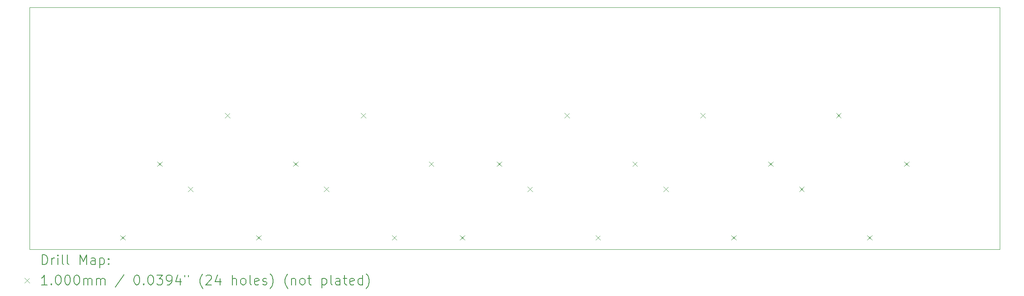
<source format=gbr>
%TF.GenerationSoftware,KiCad,Pcbnew,7.0.3*%
%TF.CreationDate,2023-06-01T18:05:40-04:00*%
%TF.ProjectId,KeyModule,4b65794d-6f64-4756-9c65-2e6b69636164,rev?*%
%TF.SameCoordinates,Original*%
%TF.FileFunction,Drillmap*%
%TF.FilePolarity,Positive*%
%FSLAX45Y45*%
G04 Gerber Fmt 4.5, Leading zero omitted, Abs format (unit mm)*
G04 Created by KiCad (PCBNEW 7.0.3) date 2023-06-01 18:05:40*
%MOMM*%
%LPD*%
G01*
G04 APERTURE LIST*
%ADD10C,0.100000*%
%ADD11C,0.200000*%
G04 APERTURE END LIST*
D10*
X0Y0D02*
X20000000Y0D01*
X20000000Y-5000000D01*
X0Y-5000000D01*
X0Y0D01*
D11*
D10*
X1869000Y-4712000D02*
X1969000Y-4812000D01*
X1969000Y-4712000D02*
X1869000Y-4812000D01*
X2631000Y-3188000D02*
X2731000Y-3288000D01*
X2731000Y-3188000D02*
X2631000Y-3288000D01*
X3269000Y-3712000D02*
X3369000Y-3812000D01*
X3369000Y-3712000D02*
X3269000Y-3812000D01*
X4031000Y-2188000D02*
X4131000Y-2288000D01*
X4131000Y-2188000D02*
X4031000Y-2288000D01*
X4669000Y-4712000D02*
X4769000Y-4812000D01*
X4769000Y-4712000D02*
X4669000Y-4812000D01*
X5431000Y-3188000D02*
X5531000Y-3288000D01*
X5531000Y-3188000D02*
X5431000Y-3288000D01*
X6069000Y-3712000D02*
X6169000Y-3812000D01*
X6169000Y-3712000D02*
X6069000Y-3812000D01*
X6831000Y-2188000D02*
X6931000Y-2288000D01*
X6931000Y-2188000D02*
X6831000Y-2288000D01*
X7469000Y-4712000D02*
X7569000Y-4812000D01*
X7569000Y-4712000D02*
X7469000Y-4812000D01*
X8231000Y-3188000D02*
X8331000Y-3288000D01*
X8331000Y-3188000D02*
X8231000Y-3288000D01*
X8869000Y-4712000D02*
X8969000Y-4812000D01*
X8969000Y-4712000D02*
X8869000Y-4812000D01*
X9631000Y-3188000D02*
X9731000Y-3288000D01*
X9731000Y-3188000D02*
X9631000Y-3288000D01*
X10269000Y-3712000D02*
X10369000Y-3812000D01*
X10369000Y-3712000D02*
X10269000Y-3812000D01*
X11031000Y-2188000D02*
X11131000Y-2288000D01*
X11131000Y-2188000D02*
X11031000Y-2288000D01*
X11669000Y-4712000D02*
X11769000Y-4812000D01*
X11769000Y-4712000D02*
X11669000Y-4812000D01*
X12431000Y-3188000D02*
X12531000Y-3288000D01*
X12531000Y-3188000D02*
X12431000Y-3288000D01*
X13069000Y-3712000D02*
X13169000Y-3812000D01*
X13169000Y-3712000D02*
X13069000Y-3812000D01*
X13831000Y-2188000D02*
X13931000Y-2288000D01*
X13931000Y-2188000D02*
X13831000Y-2288000D01*
X14469000Y-4712000D02*
X14569000Y-4812000D01*
X14569000Y-4712000D02*
X14469000Y-4812000D01*
X15231000Y-3188000D02*
X15331000Y-3288000D01*
X15331000Y-3188000D02*
X15231000Y-3288000D01*
X15869000Y-3712000D02*
X15969000Y-3812000D01*
X15969000Y-3712000D02*
X15869000Y-3812000D01*
X16631000Y-2188000D02*
X16731000Y-2288000D01*
X16731000Y-2188000D02*
X16631000Y-2288000D01*
X17269000Y-4712000D02*
X17369000Y-4812000D01*
X17369000Y-4712000D02*
X17269000Y-4812000D01*
X18031000Y-3188000D02*
X18131000Y-3288000D01*
X18131000Y-3188000D02*
X18031000Y-3288000D01*
D11*
X255777Y-5316484D02*
X255777Y-5116484D01*
X255777Y-5116484D02*
X303396Y-5116484D01*
X303396Y-5116484D02*
X331967Y-5126008D01*
X331967Y-5126008D02*
X351015Y-5145055D01*
X351015Y-5145055D02*
X360539Y-5164103D01*
X360539Y-5164103D02*
X370062Y-5202198D01*
X370062Y-5202198D02*
X370062Y-5230770D01*
X370062Y-5230770D02*
X360539Y-5268865D01*
X360539Y-5268865D02*
X351015Y-5287912D01*
X351015Y-5287912D02*
X331967Y-5306960D01*
X331967Y-5306960D02*
X303396Y-5316484D01*
X303396Y-5316484D02*
X255777Y-5316484D01*
X455777Y-5316484D02*
X455777Y-5183150D01*
X455777Y-5221246D02*
X465301Y-5202198D01*
X465301Y-5202198D02*
X474824Y-5192674D01*
X474824Y-5192674D02*
X493872Y-5183150D01*
X493872Y-5183150D02*
X512920Y-5183150D01*
X579586Y-5316484D02*
X579586Y-5183150D01*
X579586Y-5116484D02*
X570063Y-5126008D01*
X570063Y-5126008D02*
X579586Y-5135531D01*
X579586Y-5135531D02*
X589110Y-5126008D01*
X589110Y-5126008D02*
X579586Y-5116484D01*
X579586Y-5116484D02*
X579586Y-5135531D01*
X703396Y-5316484D02*
X684348Y-5306960D01*
X684348Y-5306960D02*
X674824Y-5287912D01*
X674824Y-5287912D02*
X674824Y-5116484D01*
X808158Y-5316484D02*
X789110Y-5306960D01*
X789110Y-5306960D02*
X779586Y-5287912D01*
X779586Y-5287912D02*
X779586Y-5116484D01*
X1036729Y-5316484D02*
X1036729Y-5116484D01*
X1036729Y-5116484D02*
X1103396Y-5259341D01*
X1103396Y-5259341D02*
X1170063Y-5116484D01*
X1170063Y-5116484D02*
X1170063Y-5316484D01*
X1351015Y-5316484D02*
X1351015Y-5211722D01*
X1351015Y-5211722D02*
X1341491Y-5192674D01*
X1341491Y-5192674D02*
X1322444Y-5183150D01*
X1322444Y-5183150D02*
X1284348Y-5183150D01*
X1284348Y-5183150D02*
X1265301Y-5192674D01*
X1351015Y-5306960D02*
X1331967Y-5316484D01*
X1331967Y-5316484D02*
X1284348Y-5316484D01*
X1284348Y-5316484D02*
X1265301Y-5306960D01*
X1265301Y-5306960D02*
X1255777Y-5287912D01*
X1255777Y-5287912D02*
X1255777Y-5268865D01*
X1255777Y-5268865D02*
X1265301Y-5249817D01*
X1265301Y-5249817D02*
X1284348Y-5240293D01*
X1284348Y-5240293D02*
X1331967Y-5240293D01*
X1331967Y-5240293D02*
X1351015Y-5230770D01*
X1446253Y-5183150D02*
X1446253Y-5383150D01*
X1446253Y-5192674D02*
X1465301Y-5183150D01*
X1465301Y-5183150D02*
X1503396Y-5183150D01*
X1503396Y-5183150D02*
X1522443Y-5192674D01*
X1522443Y-5192674D02*
X1531967Y-5202198D01*
X1531967Y-5202198D02*
X1541491Y-5221246D01*
X1541491Y-5221246D02*
X1541491Y-5278389D01*
X1541491Y-5278389D02*
X1531967Y-5297436D01*
X1531967Y-5297436D02*
X1522443Y-5306960D01*
X1522443Y-5306960D02*
X1503396Y-5316484D01*
X1503396Y-5316484D02*
X1465301Y-5316484D01*
X1465301Y-5316484D02*
X1446253Y-5306960D01*
X1627205Y-5297436D02*
X1636729Y-5306960D01*
X1636729Y-5306960D02*
X1627205Y-5316484D01*
X1627205Y-5316484D02*
X1617682Y-5306960D01*
X1617682Y-5306960D02*
X1627205Y-5297436D01*
X1627205Y-5297436D02*
X1627205Y-5316484D01*
X1627205Y-5192674D02*
X1636729Y-5202198D01*
X1636729Y-5202198D02*
X1627205Y-5211722D01*
X1627205Y-5211722D02*
X1617682Y-5202198D01*
X1617682Y-5202198D02*
X1627205Y-5192674D01*
X1627205Y-5192674D02*
X1627205Y-5211722D01*
D10*
X-105000Y-5595000D02*
X-5000Y-5695000D01*
X-5000Y-5595000D02*
X-105000Y-5695000D01*
D11*
X360539Y-5736484D02*
X246253Y-5736484D01*
X303396Y-5736484D02*
X303396Y-5536484D01*
X303396Y-5536484D02*
X284348Y-5565055D01*
X284348Y-5565055D02*
X265301Y-5584103D01*
X265301Y-5584103D02*
X246253Y-5593627D01*
X446253Y-5717436D02*
X455777Y-5726960D01*
X455777Y-5726960D02*
X446253Y-5736484D01*
X446253Y-5736484D02*
X436729Y-5726960D01*
X436729Y-5726960D02*
X446253Y-5717436D01*
X446253Y-5717436D02*
X446253Y-5736484D01*
X579586Y-5536484D02*
X598634Y-5536484D01*
X598634Y-5536484D02*
X617682Y-5546008D01*
X617682Y-5546008D02*
X627205Y-5555531D01*
X627205Y-5555531D02*
X636729Y-5574579D01*
X636729Y-5574579D02*
X646253Y-5612674D01*
X646253Y-5612674D02*
X646253Y-5660293D01*
X646253Y-5660293D02*
X636729Y-5698388D01*
X636729Y-5698388D02*
X627205Y-5717436D01*
X627205Y-5717436D02*
X617682Y-5726960D01*
X617682Y-5726960D02*
X598634Y-5736484D01*
X598634Y-5736484D02*
X579586Y-5736484D01*
X579586Y-5736484D02*
X560539Y-5726960D01*
X560539Y-5726960D02*
X551015Y-5717436D01*
X551015Y-5717436D02*
X541491Y-5698388D01*
X541491Y-5698388D02*
X531967Y-5660293D01*
X531967Y-5660293D02*
X531967Y-5612674D01*
X531967Y-5612674D02*
X541491Y-5574579D01*
X541491Y-5574579D02*
X551015Y-5555531D01*
X551015Y-5555531D02*
X560539Y-5546008D01*
X560539Y-5546008D02*
X579586Y-5536484D01*
X770062Y-5536484D02*
X789110Y-5536484D01*
X789110Y-5536484D02*
X808158Y-5546008D01*
X808158Y-5546008D02*
X817682Y-5555531D01*
X817682Y-5555531D02*
X827205Y-5574579D01*
X827205Y-5574579D02*
X836729Y-5612674D01*
X836729Y-5612674D02*
X836729Y-5660293D01*
X836729Y-5660293D02*
X827205Y-5698388D01*
X827205Y-5698388D02*
X817682Y-5717436D01*
X817682Y-5717436D02*
X808158Y-5726960D01*
X808158Y-5726960D02*
X789110Y-5736484D01*
X789110Y-5736484D02*
X770062Y-5736484D01*
X770062Y-5736484D02*
X751015Y-5726960D01*
X751015Y-5726960D02*
X741491Y-5717436D01*
X741491Y-5717436D02*
X731967Y-5698388D01*
X731967Y-5698388D02*
X722443Y-5660293D01*
X722443Y-5660293D02*
X722443Y-5612674D01*
X722443Y-5612674D02*
X731967Y-5574579D01*
X731967Y-5574579D02*
X741491Y-5555531D01*
X741491Y-5555531D02*
X751015Y-5546008D01*
X751015Y-5546008D02*
X770062Y-5536484D01*
X960539Y-5536484D02*
X979586Y-5536484D01*
X979586Y-5536484D02*
X998634Y-5546008D01*
X998634Y-5546008D02*
X1008158Y-5555531D01*
X1008158Y-5555531D02*
X1017682Y-5574579D01*
X1017682Y-5574579D02*
X1027205Y-5612674D01*
X1027205Y-5612674D02*
X1027205Y-5660293D01*
X1027205Y-5660293D02*
X1017682Y-5698388D01*
X1017682Y-5698388D02*
X1008158Y-5717436D01*
X1008158Y-5717436D02*
X998634Y-5726960D01*
X998634Y-5726960D02*
X979586Y-5736484D01*
X979586Y-5736484D02*
X960539Y-5736484D01*
X960539Y-5736484D02*
X941491Y-5726960D01*
X941491Y-5726960D02*
X931967Y-5717436D01*
X931967Y-5717436D02*
X922443Y-5698388D01*
X922443Y-5698388D02*
X912920Y-5660293D01*
X912920Y-5660293D02*
X912920Y-5612674D01*
X912920Y-5612674D02*
X922443Y-5574579D01*
X922443Y-5574579D02*
X931967Y-5555531D01*
X931967Y-5555531D02*
X941491Y-5546008D01*
X941491Y-5546008D02*
X960539Y-5536484D01*
X1112920Y-5736484D02*
X1112920Y-5603150D01*
X1112920Y-5622198D02*
X1122444Y-5612674D01*
X1122444Y-5612674D02*
X1141491Y-5603150D01*
X1141491Y-5603150D02*
X1170063Y-5603150D01*
X1170063Y-5603150D02*
X1189110Y-5612674D01*
X1189110Y-5612674D02*
X1198634Y-5631722D01*
X1198634Y-5631722D02*
X1198634Y-5736484D01*
X1198634Y-5631722D02*
X1208158Y-5612674D01*
X1208158Y-5612674D02*
X1227205Y-5603150D01*
X1227205Y-5603150D02*
X1255777Y-5603150D01*
X1255777Y-5603150D02*
X1274825Y-5612674D01*
X1274825Y-5612674D02*
X1284348Y-5631722D01*
X1284348Y-5631722D02*
X1284348Y-5736484D01*
X1379586Y-5736484D02*
X1379586Y-5603150D01*
X1379586Y-5622198D02*
X1389110Y-5612674D01*
X1389110Y-5612674D02*
X1408158Y-5603150D01*
X1408158Y-5603150D02*
X1436729Y-5603150D01*
X1436729Y-5603150D02*
X1455777Y-5612674D01*
X1455777Y-5612674D02*
X1465301Y-5631722D01*
X1465301Y-5631722D02*
X1465301Y-5736484D01*
X1465301Y-5631722D02*
X1474824Y-5612674D01*
X1474824Y-5612674D02*
X1493872Y-5603150D01*
X1493872Y-5603150D02*
X1522443Y-5603150D01*
X1522443Y-5603150D02*
X1541491Y-5612674D01*
X1541491Y-5612674D02*
X1551015Y-5631722D01*
X1551015Y-5631722D02*
X1551015Y-5736484D01*
X1941491Y-5526960D02*
X1770063Y-5784103D01*
X2198634Y-5536484D02*
X2217682Y-5536484D01*
X2217682Y-5536484D02*
X2236729Y-5546008D01*
X2236729Y-5546008D02*
X2246253Y-5555531D01*
X2246253Y-5555531D02*
X2255777Y-5574579D01*
X2255777Y-5574579D02*
X2265301Y-5612674D01*
X2265301Y-5612674D02*
X2265301Y-5660293D01*
X2265301Y-5660293D02*
X2255777Y-5698388D01*
X2255777Y-5698388D02*
X2246253Y-5717436D01*
X2246253Y-5717436D02*
X2236729Y-5726960D01*
X2236729Y-5726960D02*
X2217682Y-5736484D01*
X2217682Y-5736484D02*
X2198634Y-5736484D01*
X2198634Y-5736484D02*
X2179587Y-5726960D01*
X2179587Y-5726960D02*
X2170063Y-5717436D01*
X2170063Y-5717436D02*
X2160539Y-5698388D01*
X2160539Y-5698388D02*
X2151015Y-5660293D01*
X2151015Y-5660293D02*
X2151015Y-5612674D01*
X2151015Y-5612674D02*
X2160539Y-5574579D01*
X2160539Y-5574579D02*
X2170063Y-5555531D01*
X2170063Y-5555531D02*
X2179587Y-5546008D01*
X2179587Y-5546008D02*
X2198634Y-5536484D01*
X2351015Y-5717436D02*
X2360539Y-5726960D01*
X2360539Y-5726960D02*
X2351015Y-5736484D01*
X2351015Y-5736484D02*
X2341491Y-5726960D01*
X2341491Y-5726960D02*
X2351015Y-5717436D01*
X2351015Y-5717436D02*
X2351015Y-5736484D01*
X2484348Y-5536484D02*
X2503396Y-5536484D01*
X2503396Y-5536484D02*
X2522444Y-5546008D01*
X2522444Y-5546008D02*
X2531968Y-5555531D01*
X2531968Y-5555531D02*
X2541491Y-5574579D01*
X2541491Y-5574579D02*
X2551015Y-5612674D01*
X2551015Y-5612674D02*
X2551015Y-5660293D01*
X2551015Y-5660293D02*
X2541491Y-5698388D01*
X2541491Y-5698388D02*
X2531968Y-5717436D01*
X2531968Y-5717436D02*
X2522444Y-5726960D01*
X2522444Y-5726960D02*
X2503396Y-5736484D01*
X2503396Y-5736484D02*
X2484348Y-5736484D01*
X2484348Y-5736484D02*
X2465301Y-5726960D01*
X2465301Y-5726960D02*
X2455777Y-5717436D01*
X2455777Y-5717436D02*
X2446253Y-5698388D01*
X2446253Y-5698388D02*
X2436729Y-5660293D01*
X2436729Y-5660293D02*
X2436729Y-5612674D01*
X2436729Y-5612674D02*
X2446253Y-5574579D01*
X2446253Y-5574579D02*
X2455777Y-5555531D01*
X2455777Y-5555531D02*
X2465301Y-5546008D01*
X2465301Y-5546008D02*
X2484348Y-5536484D01*
X2617682Y-5536484D02*
X2741491Y-5536484D01*
X2741491Y-5536484D02*
X2674825Y-5612674D01*
X2674825Y-5612674D02*
X2703396Y-5612674D01*
X2703396Y-5612674D02*
X2722444Y-5622198D01*
X2722444Y-5622198D02*
X2731968Y-5631722D01*
X2731968Y-5631722D02*
X2741491Y-5650769D01*
X2741491Y-5650769D02*
X2741491Y-5698388D01*
X2741491Y-5698388D02*
X2731968Y-5717436D01*
X2731968Y-5717436D02*
X2722444Y-5726960D01*
X2722444Y-5726960D02*
X2703396Y-5736484D01*
X2703396Y-5736484D02*
X2646253Y-5736484D01*
X2646253Y-5736484D02*
X2627206Y-5726960D01*
X2627206Y-5726960D02*
X2617682Y-5717436D01*
X2836729Y-5736484D02*
X2874825Y-5736484D01*
X2874825Y-5736484D02*
X2893872Y-5726960D01*
X2893872Y-5726960D02*
X2903396Y-5717436D01*
X2903396Y-5717436D02*
X2922444Y-5688865D01*
X2922444Y-5688865D02*
X2931967Y-5650769D01*
X2931967Y-5650769D02*
X2931967Y-5574579D01*
X2931967Y-5574579D02*
X2922444Y-5555531D01*
X2922444Y-5555531D02*
X2912920Y-5546008D01*
X2912920Y-5546008D02*
X2893872Y-5536484D01*
X2893872Y-5536484D02*
X2855777Y-5536484D01*
X2855777Y-5536484D02*
X2836729Y-5546008D01*
X2836729Y-5546008D02*
X2827206Y-5555531D01*
X2827206Y-5555531D02*
X2817682Y-5574579D01*
X2817682Y-5574579D02*
X2817682Y-5622198D01*
X2817682Y-5622198D02*
X2827206Y-5641246D01*
X2827206Y-5641246D02*
X2836729Y-5650769D01*
X2836729Y-5650769D02*
X2855777Y-5660293D01*
X2855777Y-5660293D02*
X2893872Y-5660293D01*
X2893872Y-5660293D02*
X2912920Y-5650769D01*
X2912920Y-5650769D02*
X2922444Y-5641246D01*
X2922444Y-5641246D02*
X2931967Y-5622198D01*
X3103396Y-5603150D02*
X3103396Y-5736484D01*
X3055777Y-5526960D02*
X3008158Y-5669817D01*
X3008158Y-5669817D02*
X3131967Y-5669817D01*
X3198634Y-5536484D02*
X3198634Y-5574579D01*
X3274825Y-5536484D02*
X3274825Y-5574579D01*
X3570063Y-5812674D02*
X3560539Y-5803150D01*
X3560539Y-5803150D02*
X3541491Y-5774579D01*
X3541491Y-5774579D02*
X3531968Y-5755531D01*
X3531968Y-5755531D02*
X3522444Y-5726960D01*
X3522444Y-5726960D02*
X3512920Y-5679341D01*
X3512920Y-5679341D02*
X3512920Y-5641246D01*
X3512920Y-5641246D02*
X3522444Y-5593627D01*
X3522444Y-5593627D02*
X3531968Y-5565055D01*
X3531968Y-5565055D02*
X3541491Y-5546008D01*
X3541491Y-5546008D02*
X3560539Y-5517436D01*
X3560539Y-5517436D02*
X3570063Y-5507912D01*
X3636729Y-5555531D02*
X3646253Y-5546008D01*
X3646253Y-5546008D02*
X3665301Y-5536484D01*
X3665301Y-5536484D02*
X3712920Y-5536484D01*
X3712920Y-5536484D02*
X3731968Y-5546008D01*
X3731968Y-5546008D02*
X3741491Y-5555531D01*
X3741491Y-5555531D02*
X3751015Y-5574579D01*
X3751015Y-5574579D02*
X3751015Y-5593627D01*
X3751015Y-5593627D02*
X3741491Y-5622198D01*
X3741491Y-5622198D02*
X3627206Y-5736484D01*
X3627206Y-5736484D02*
X3751015Y-5736484D01*
X3922444Y-5603150D02*
X3922444Y-5736484D01*
X3874825Y-5526960D02*
X3827206Y-5669817D01*
X3827206Y-5669817D02*
X3951015Y-5669817D01*
X4179587Y-5736484D02*
X4179587Y-5536484D01*
X4265301Y-5736484D02*
X4265301Y-5631722D01*
X4265301Y-5631722D02*
X4255777Y-5612674D01*
X4255777Y-5612674D02*
X4236730Y-5603150D01*
X4236730Y-5603150D02*
X4208158Y-5603150D01*
X4208158Y-5603150D02*
X4189110Y-5612674D01*
X4189110Y-5612674D02*
X4179587Y-5622198D01*
X4389111Y-5736484D02*
X4370063Y-5726960D01*
X4370063Y-5726960D02*
X4360539Y-5717436D01*
X4360539Y-5717436D02*
X4351015Y-5698388D01*
X4351015Y-5698388D02*
X4351015Y-5641246D01*
X4351015Y-5641246D02*
X4360539Y-5622198D01*
X4360539Y-5622198D02*
X4370063Y-5612674D01*
X4370063Y-5612674D02*
X4389111Y-5603150D01*
X4389111Y-5603150D02*
X4417682Y-5603150D01*
X4417682Y-5603150D02*
X4436730Y-5612674D01*
X4436730Y-5612674D02*
X4446253Y-5622198D01*
X4446253Y-5622198D02*
X4455777Y-5641246D01*
X4455777Y-5641246D02*
X4455777Y-5698388D01*
X4455777Y-5698388D02*
X4446253Y-5717436D01*
X4446253Y-5717436D02*
X4436730Y-5726960D01*
X4436730Y-5726960D02*
X4417682Y-5736484D01*
X4417682Y-5736484D02*
X4389111Y-5736484D01*
X4570063Y-5736484D02*
X4551015Y-5726960D01*
X4551015Y-5726960D02*
X4541492Y-5707912D01*
X4541492Y-5707912D02*
X4541492Y-5536484D01*
X4722444Y-5726960D02*
X4703396Y-5736484D01*
X4703396Y-5736484D02*
X4665301Y-5736484D01*
X4665301Y-5736484D02*
X4646253Y-5726960D01*
X4646253Y-5726960D02*
X4636730Y-5707912D01*
X4636730Y-5707912D02*
X4636730Y-5631722D01*
X4636730Y-5631722D02*
X4646253Y-5612674D01*
X4646253Y-5612674D02*
X4665301Y-5603150D01*
X4665301Y-5603150D02*
X4703396Y-5603150D01*
X4703396Y-5603150D02*
X4722444Y-5612674D01*
X4722444Y-5612674D02*
X4731968Y-5631722D01*
X4731968Y-5631722D02*
X4731968Y-5650769D01*
X4731968Y-5650769D02*
X4636730Y-5669817D01*
X4808158Y-5726960D02*
X4827206Y-5736484D01*
X4827206Y-5736484D02*
X4865301Y-5736484D01*
X4865301Y-5736484D02*
X4884349Y-5726960D01*
X4884349Y-5726960D02*
X4893873Y-5707912D01*
X4893873Y-5707912D02*
X4893873Y-5698388D01*
X4893873Y-5698388D02*
X4884349Y-5679341D01*
X4884349Y-5679341D02*
X4865301Y-5669817D01*
X4865301Y-5669817D02*
X4836730Y-5669817D01*
X4836730Y-5669817D02*
X4817682Y-5660293D01*
X4817682Y-5660293D02*
X4808158Y-5641246D01*
X4808158Y-5641246D02*
X4808158Y-5631722D01*
X4808158Y-5631722D02*
X4817682Y-5612674D01*
X4817682Y-5612674D02*
X4836730Y-5603150D01*
X4836730Y-5603150D02*
X4865301Y-5603150D01*
X4865301Y-5603150D02*
X4884349Y-5612674D01*
X4960539Y-5812674D02*
X4970063Y-5803150D01*
X4970063Y-5803150D02*
X4989111Y-5774579D01*
X4989111Y-5774579D02*
X4998634Y-5755531D01*
X4998634Y-5755531D02*
X5008158Y-5726960D01*
X5008158Y-5726960D02*
X5017682Y-5679341D01*
X5017682Y-5679341D02*
X5017682Y-5641246D01*
X5017682Y-5641246D02*
X5008158Y-5593627D01*
X5008158Y-5593627D02*
X4998634Y-5565055D01*
X4998634Y-5565055D02*
X4989111Y-5546008D01*
X4989111Y-5546008D02*
X4970063Y-5517436D01*
X4970063Y-5517436D02*
X4960539Y-5507912D01*
X5322444Y-5812674D02*
X5312920Y-5803150D01*
X5312920Y-5803150D02*
X5293873Y-5774579D01*
X5293873Y-5774579D02*
X5284349Y-5755531D01*
X5284349Y-5755531D02*
X5274825Y-5726960D01*
X5274825Y-5726960D02*
X5265301Y-5679341D01*
X5265301Y-5679341D02*
X5265301Y-5641246D01*
X5265301Y-5641246D02*
X5274825Y-5593627D01*
X5274825Y-5593627D02*
X5284349Y-5565055D01*
X5284349Y-5565055D02*
X5293873Y-5546008D01*
X5293873Y-5546008D02*
X5312920Y-5517436D01*
X5312920Y-5517436D02*
X5322444Y-5507912D01*
X5398634Y-5603150D02*
X5398634Y-5736484D01*
X5398634Y-5622198D02*
X5408158Y-5612674D01*
X5408158Y-5612674D02*
X5427206Y-5603150D01*
X5427206Y-5603150D02*
X5455777Y-5603150D01*
X5455777Y-5603150D02*
X5474825Y-5612674D01*
X5474825Y-5612674D02*
X5484349Y-5631722D01*
X5484349Y-5631722D02*
X5484349Y-5736484D01*
X5608158Y-5736484D02*
X5589111Y-5726960D01*
X5589111Y-5726960D02*
X5579587Y-5717436D01*
X5579587Y-5717436D02*
X5570063Y-5698388D01*
X5570063Y-5698388D02*
X5570063Y-5641246D01*
X5570063Y-5641246D02*
X5579587Y-5622198D01*
X5579587Y-5622198D02*
X5589111Y-5612674D01*
X5589111Y-5612674D02*
X5608158Y-5603150D01*
X5608158Y-5603150D02*
X5636730Y-5603150D01*
X5636730Y-5603150D02*
X5655777Y-5612674D01*
X5655777Y-5612674D02*
X5665301Y-5622198D01*
X5665301Y-5622198D02*
X5674825Y-5641246D01*
X5674825Y-5641246D02*
X5674825Y-5698388D01*
X5674825Y-5698388D02*
X5665301Y-5717436D01*
X5665301Y-5717436D02*
X5655777Y-5726960D01*
X5655777Y-5726960D02*
X5636730Y-5736484D01*
X5636730Y-5736484D02*
X5608158Y-5736484D01*
X5731968Y-5603150D02*
X5808158Y-5603150D01*
X5760539Y-5536484D02*
X5760539Y-5707912D01*
X5760539Y-5707912D02*
X5770063Y-5726960D01*
X5770063Y-5726960D02*
X5789111Y-5736484D01*
X5789111Y-5736484D02*
X5808158Y-5736484D01*
X6027206Y-5603150D02*
X6027206Y-5803150D01*
X6027206Y-5612674D02*
X6046253Y-5603150D01*
X6046253Y-5603150D02*
X6084349Y-5603150D01*
X6084349Y-5603150D02*
X6103396Y-5612674D01*
X6103396Y-5612674D02*
X6112920Y-5622198D01*
X6112920Y-5622198D02*
X6122444Y-5641246D01*
X6122444Y-5641246D02*
X6122444Y-5698388D01*
X6122444Y-5698388D02*
X6112920Y-5717436D01*
X6112920Y-5717436D02*
X6103396Y-5726960D01*
X6103396Y-5726960D02*
X6084349Y-5736484D01*
X6084349Y-5736484D02*
X6046253Y-5736484D01*
X6046253Y-5736484D02*
X6027206Y-5726960D01*
X6236730Y-5736484D02*
X6217682Y-5726960D01*
X6217682Y-5726960D02*
X6208158Y-5707912D01*
X6208158Y-5707912D02*
X6208158Y-5536484D01*
X6398634Y-5736484D02*
X6398634Y-5631722D01*
X6398634Y-5631722D02*
X6389111Y-5612674D01*
X6389111Y-5612674D02*
X6370063Y-5603150D01*
X6370063Y-5603150D02*
X6331968Y-5603150D01*
X6331968Y-5603150D02*
X6312920Y-5612674D01*
X6398634Y-5726960D02*
X6379587Y-5736484D01*
X6379587Y-5736484D02*
X6331968Y-5736484D01*
X6331968Y-5736484D02*
X6312920Y-5726960D01*
X6312920Y-5726960D02*
X6303396Y-5707912D01*
X6303396Y-5707912D02*
X6303396Y-5688865D01*
X6303396Y-5688865D02*
X6312920Y-5669817D01*
X6312920Y-5669817D02*
X6331968Y-5660293D01*
X6331968Y-5660293D02*
X6379587Y-5660293D01*
X6379587Y-5660293D02*
X6398634Y-5650769D01*
X6465301Y-5603150D02*
X6541492Y-5603150D01*
X6493873Y-5536484D02*
X6493873Y-5707912D01*
X6493873Y-5707912D02*
X6503396Y-5726960D01*
X6503396Y-5726960D02*
X6522444Y-5736484D01*
X6522444Y-5736484D02*
X6541492Y-5736484D01*
X6684349Y-5726960D02*
X6665301Y-5736484D01*
X6665301Y-5736484D02*
X6627206Y-5736484D01*
X6627206Y-5736484D02*
X6608158Y-5726960D01*
X6608158Y-5726960D02*
X6598634Y-5707912D01*
X6598634Y-5707912D02*
X6598634Y-5631722D01*
X6598634Y-5631722D02*
X6608158Y-5612674D01*
X6608158Y-5612674D02*
X6627206Y-5603150D01*
X6627206Y-5603150D02*
X6665301Y-5603150D01*
X6665301Y-5603150D02*
X6684349Y-5612674D01*
X6684349Y-5612674D02*
X6693873Y-5631722D01*
X6693873Y-5631722D02*
X6693873Y-5650769D01*
X6693873Y-5650769D02*
X6598634Y-5669817D01*
X6865301Y-5736484D02*
X6865301Y-5536484D01*
X6865301Y-5726960D02*
X6846254Y-5736484D01*
X6846254Y-5736484D02*
X6808158Y-5736484D01*
X6808158Y-5736484D02*
X6789111Y-5726960D01*
X6789111Y-5726960D02*
X6779587Y-5717436D01*
X6779587Y-5717436D02*
X6770063Y-5698388D01*
X6770063Y-5698388D02*
X6770063Y-5641246D01*
X6770063Y-5641246D02*
X6779587Y-5622198D01*
X6779587Y-5622198D02*
X6789111Y-5612674D01*
X6789111Y-5612674D02*
X6808158Y-5603150D01*
X6808158Y-5603150D02*
X6846254Y-5603150D01*
X6846254Y-5603150D02*
X6865301Y-5612674D01*
X6941492Y-5812674D02*
X6951015Y-5803150D01*
X6951015Y-5803150D02*
X6970063Y-5774579D01*
X6970063Y-5774579D02*
X6979587Y-5755531D01*
X6979587Y-5755531D02*
X6989111Y-5726960D01*
X6989111Y-5726960D02*
X6998634Y-5679341D01*
X6998634Y-5679341D02*
X6998634Y-5641246D01*
X6998634Y-5641246D02*
X6989111Y-5593627D01*
X6989111Y-5593627D02*
X6979587Y-5565055D01*
X6979587Y-5565055D02*
X6970063Y-5546008D01*
X6970063Y-5546008D02*
X6951015Y-5517436D01*
X6951015Y-5517436D02*
X6941492Y-5507912D01*
M02*

</source>
